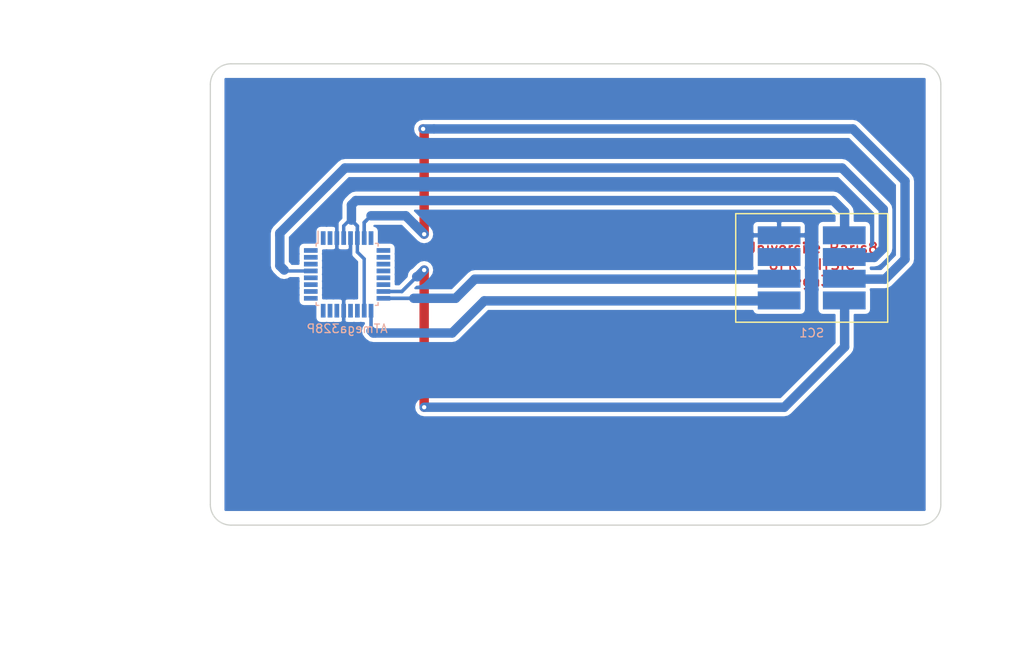
<source format=kicad_pcb>
(kicad_pcb (version 4) (host pcbnew 4.0.2+dfsg1-stable)

  (general
    (links 9)
    (no_connects 0)
    (area 112.192999 60.376999 197.814001 114.502001)
    (thickness 1.6)
    (drawings 15)
    (tracks 112)
    (zones 0)
    (modules 2)
    (nets 31)
  )

  (page A4)
  (layers
    (0 F.Cu signal)
    (31 B.Cu signal)
    (32 B.Adhes user)
    (33 F.Adhes user)
    (34 B.Paste user)
    (35 F.Paste user)
    (36 B.SilkS user)
    (37 F.SilkS user)
    (38 B.Mask user)
    (39 F.Mask user)
    (40 Dwgs.User user)
    (41 Cmts.User user)
    (42 Eco1.User user)
    (43 Eco2.User user)
    (44 Edge.Cuts user)
    (45 Margin user)
    (46 B.CrtYd user)
    (47 F.CrtYd user)
    (48 B.Fab user)
    (49 F.Fab user)
  )

  (setup
    (last_trace_width 1.1)
    (user_trace_width 0.2)
    (user_trace_width 0.42)
    (trace_clearance 0.3)
    (zone_clearance 0.508)
    (zone_45_only yes)
    (trace_min 0.2)
    (segment_width 0.2)
    (edge_width 0.15)
    (via_size 0.6)
    (via_drill 0.5)
    (via_min_size 0.4)
    (via_min_drill 0.3)
    (uvia_size 0.3)
    (uvia_drill 0.1)
    (uvias_allowed no)
    (uvia_min_size 0.2)
    (uvia_min_drill 0.1)
    (pcb_text_width 0.3)
    (pcb_text_size 1.5 1.5)
    (mod_edge_width 0.15)
    (mod_text_size 1 1)
    (mod_text_width 0.15)
    (pad_size 5 2.1)
    (pad_drill 0)
    (pad_to_mask_clearance 0.2)
    (aux_axis_origin 112.268 60.452)
    (visible_elements FFFFF7FF)
    (pcbplotparams
      (layerselection 0x010f0_80000001)
      (usegerberextensions false)
      (usegerberattributes true)
      (excludeedgelayer false)
      (linewidth 0.150000)
      (plotframeref false)
      (viasonmask false)
      (mode 1)
      (useauxorigin true)
      (hpglpennumber 1)
      (hpglpenspeed 20)
      (hpglpendiameter 15)
      (hpglpenoverlay 2)
      (psnegative false)
      (psa4output false)
      (plotreference true)
      (plotvalue true)
      (plotinvisibletext false)
      (padsonsilk false)
      (subtractmaskfromsilk false)
      (outputformat 1)
      (mirror false)
      (drillshape 0)
      (scaleselection 1)
      (outputdirectory gerber/jlcpcb_4/))
  )

  (net 0 "")
  (net 1 "Net-(IC1-Pad1)")
  (net 2 "Net-(IC1-Pad2)")
  (net 3 +5V)
  (net 4 GND)
  (net 5 "Net-(IC1-Pad9)")
  (net 6 "Net-(IC1-Pad10)")
  (net 7 "Net-(IC1-Pad11)")
  (net 8 "Net-(IC1-Pad12)")
  (net 9 "Net-(IC1-Pad13)")
  (net 10 "Net-(IC1-Pad14)")
  (net 11 "Net-(IC1-Pad15)")
  (net 12 "Net-(IC1-Pad16)")
  (net 13 "Net-(IC1-Pad17)")
  (net 14 "Net-(IC1-Pad19)")
  (net 15 "Net-(IC1-Pad23)")
  (net 16 "Net-(IC1-Pad24)")
  (net 17 "Net-(IC1-Pad25)")
  (net 18 "Net-(IC1-Pad26)")
  (net 19 "Net-(IC1-Pad27)")
  (net 20 "Net-(IC1-Pad28)")
  (net 21 "Net-(IC1-Pad7)")
  (net 22 "Net-(IC1-Pad8)")
  (net 23 "Net-(IC1-Pad20)")
  (net 24 "Net-(IC1-Pad22)")
  (net 25 "Net-(IC1-Pad29)")
  (net 26 "Net-(IC1-Pad30)")
  (net 27 "Net-(IC1-Pad31)")
  (net 28 "Net-(IC1-Pad32)")
  (net 29 "Net-(R1-Pad1)")
  (net 30 "Net-(R2-Pad1)")

  (net_class Default "Ceci est la Netclass par défaut"
    (clearance 0.3)
    (trace_width 1.1)
    (via_dia 0.6)
    (via_drill 0.5)
    (uvia_dia 0.3)
    (uvia_drill 0.1)
    (add_net +5V)
    (add_net GND)
    (add_net "Net-(IC1-Pad1)")
    (add_net "Net-(IC1-Pad10)")
    (add_net "Net-(IC1-Pad11)")
    (add_net "Net-(IC1-Pad12)")
    (add_net "Net-(IC1-Pad13)")
    (add_net "Net-(IC1-Pad14)")
    (add_net "Net-(IC1-Pad15)")
    (add_net "Net-(IC1-Pad16)")
    (add_net "Net-(IC1-Pad17)")
    (add_net "Net-(IC1-Pad19)")
    (add_net "Net-(IC1-Pad2)")
    (add_net "Net-(IC1-Pad20)")
    (add_net "Net-(IC1-Pad22)")
    (add_net "Net-(IC1-Pad23)")
    (add_net "Net-(IC1-Pad24)")
    (add_net "Net-(IC1-Pad25)")
    (add_net "Net-(IC1-Pad26)")
    (add_net "Net-(IC1-Pad27)")
    (add_net "Net-(IC1-Pad28)")
    (add_net "Net-(IC1-Pad29)")
    (add_net "Net-(IC1-Pad30)")
    (add_net "Net-(IC1-Pad31)")
    (add_net "Net-(IC1-Pad32)")
    (add_net "Net-(IC1-Pad7)")
    (add_net "Net-(IC1-Pad8)")
    (add_net "Net-(IC1-Pad9)")
    (add_net "Net-(R1-Pad1)")
    (add_net "Net-(R2-Pad1)")
  )

  (net_class myWire ""
    (clearance 0.6)
    (trace_width 0.6)
    (via_dia 0.6)
    (via_drill 0.5)
    (uvia_dia 0.3)
    (uvia_drill 0.1)
  )

  (net_class petit ""
    (clearance 0.3)
    (trace_width 0.5)
    (via_dia 0.6)
    (via_drill 0.5)
    (uvia_dia 0.3)
    (uvia_drill 0.1)
  )

  (net_class pp ""
    (clearance 0.2)
    (trace_width 0.3)
    (via_dia 0.6)
    (via_drill 0.5)
    (uvia_dia 0.3)
    (uvia_drill 0.1)
  )

  (module Housings_QFP:TQFP-32_7x7mm_Pitch0.8mm (layer B.Cu) (tedit 5B49C89F) (tstamp 59E9DDFE)
    (at 128.27 85.09 270)
    (descr "32-Lead Plastic Thin Quad Flatpack (PT) - 7x7x1.0 mm Body, 2.00 mm [TQFP] (see Microchip Packaging Specification 00000049BS.pdf)")
    (tags "QFP 0.8")
    (path /59E89640)
    (attr smd)
    (fp_text reference ATmega328P (at 6.35 0 360) (layer B.SilkS)
      (effects (font (size 1 1) (thickness 0.15)) (justify mirror))
    )
    (fp_text value ATMEGA328P-A (at 0 -6.05 270) (layer B.Fab)
      (effects (font (size 1 1) (thickness 0.15)) (justify mirror))
    )
    (fp_text user %R (at 0 0 450) (layer B.Fab)
      (effects (font (size 1 1) (thickness 0.15)) (justify mirror))
    )
    (fp_line (start -2.5 3.5) (end 3.5 3.5) (layer B.Fab) (width 0.15))
    (fp_line (start 3.5 3.5) (end 3.5 -3.5) (layer B.Fab) (width 0.15))
    (fp_line (start 3.5 -3.5) (end -3.5 -3.5) (layer B.Fab) (width 0.15))
    (fp_line (start -3.5 -3.5) (end -3.5 2.5) (layer B.Fab) (width 0.15))
    (fp_line (start -3.5 2.5) (end -2.5 3.5) (layer B.Fab) (width 0.15))
    (fp_line (start -5.3 5.3) (end -5.3 -5.3) (layer B.CrtYd) (width 0.05))
    (fp_line (start 5.3 5.3) (end 5.3 -5.3) (layer B.CrtYd) (width 0.05))
    (fp_line (start -5.3 5.3) (end 5.3 5.3) (layer B.CrtYd) (width 0.05))
    (fp_line (start -5.3 -5.3) (end 5.3 -5.3) (layer B.CrtYd) (width 0.05))
    (fp_line (start -3.625 3.625) (end -3.625 3.4) (layer B.SilkS) (width 0.15))
    (fp_line (start 3.625 3.625) (end 3.625 3.3) (layer B.SilkS) (width 0.15))
    (fp_line (start 3.625 -3.625) (end 3.625 -3.3) (layer B.SilkS) (width 0.15))
    (fp_line (start -3.625 -3.625) (end -3.625 -3.3) (layer B.SilkS) (width 0.15))
    (fp_line (start -3.625 3.625) (end -3.3 3.625) (layer B.SilkS) (width 0.15))
    (fp_line (start -3.625 -3.625) (end -3.3 -3.625) (layer B.SilkS) (width 0.15))
    (fp_line (start 3.625 -3.625) (end 3.3 -3.625) (layer B.SilkS) (width 0.15))
    (fp_line (start 3.625 3.625) (end 3.3 3.625) (layer B.SilkS) (width 0.15))
    (fp_line (start -3.625 3.4) (end -5.05 3.4) (layer B.SilkS) (width 0.15))
    (pad 1 smd rect (at -4.25 2.8 270) (size 1.6 0.55) (layers B.Cu B.Paste B.Mask)
      (net 1 "Net-(IC1-Pad1)"))
    (pad 2 smd rect (at -4.25 2 270) (size 1.6 0.55) (layers B.Cu B.Paste B.Mask)
      (net 2 "Net-(IC1-Pad2)"))
    (pad 3 smd rect (at -4.25 1.2 270) (size 1.6 0.55) (layers B.Cu B.Paste B.Mask)
      (net 4 GND))
    (pad 4 smd rect (at -4.25 0.4 270) (size 1.6 0.55) (layers B.Cu B.Paste B.Mask)
      (net 3 +5V))
    (pad 5 smd rect (at -4.25 -0.4 270) (size 1.6 0.55) (layers B.Cu B.Paste B.Mask)
      (net 4 GND))
    (pad 6 smd rect (at -4.25 -1.2 270) (size 1.6 0.55) (layers B.Cu B.Paste B.Mask)
      (net 3 +5V))
    (pad 7 smd rect (at -4.25 -2 270) (size 1.6 0.55) (layers B.Cu B.Paste B.Mask)
      (net 21 "Net-(IC1-Pad7)"))
    (pad 8 smd rect (at -4.25 -2.8 270) (size 1.6 0.55) (layers B.Cu B.Paste B.Mask)
      (net 22 "Net-(IC1-Pad8)"))
    (pad 9 smd rect (at -2.8 -4.25 180) (size 1.6 0.55) (layers B.Cu B.Paste B.Mask)
      (net 5 "Net-(IC1-Pad9)"))
    (pad 10 smd rect (at -2 -4.25 180) (size 1.6 0.55) (layers B.Cu B.Paste B.Mask)
      (net 6 "Net-(IC1-Pad10)"))
    (pad 11 smd rect (at -1.2 -4.25 180) (size 1.6 0.55) (layers B.Cu B.Paste B.Mask)
      (net 7 "Net-(IC1-Pad11)"))
    (pad 12 smd rect (at -0.4 -4.25 180) (size 1.6 0.55) (layers B.Cu B.Paste B.Mask)
      (net 8 "Net-(IC1-Pad12)"))
    (pad 13 smd rect (at 0.4 -4.25 180) (size 1.6 0.55) (layers B.Cu B.Paste B.Mask)
      (net 9 "Net-(IC1-Pad13)"))
    (pad 14 smd rect (at 1.2 -4.25 180) (size 1.6 0.55) (layers B.Cu B.Paste B.Mask)
      (net 10 "Net-(IC1-Pad14)"))
    (pad 15 smd rect (at 2 -4.25 180) (size 1.6 0.55) (layers B.Cu B.Paste B.Mask)
      (net 11 "Net-(IC1-Pad15)"))
    (pad 16 smd rect (at 2.8 -4.25 180) (size 1.6 0.55) (layers B.Cu B.Paste B.Mask)
      (net 12 "Net-(IC1-Pad16)"))
    (pad 17 smd rect (at 4.25 -2.8 270) (size 1.6 0.55) (layers B.Cu B.Paste B.Mask)
      (net 13 "Net-(IC1-Pad17)"))
    (pad 18 smd rect (at 4.25 -2 270) (size 1.6 0.55) (layers B.Cu B.Paste B.Mask)
      (net 3 +5V))
    (pad 19 smd rect (at 4.25 -1.2 270) (size 1.6 0.55) (layers B.Cu B.Paste B.Mask)
      (net 14 "Net-(IC1-Pad19)"))
    (pad 20 smd rect (at 4.25 -0.4 270) (size 1.6 0.55) (layers B.Cu B.Paste B.Mask)
      (net 23 "Net-(IC1-Pad20)"))
    (pad 21 smd rect (at 4.25 0.4 270) (size 1.6 0.55) (layers B.Cu B.Paste B.Mask)
      (net 4 GND))
    (pad 22 smd rect (at 4.25 1.2 270) (size 1.6 0.55) (layers B.Cu B.Paste B.Mask)
      (net 24 "Net-(IC1-Pad22)"))
    (pad 23 smd rect (at 4.25 2 270) (size 1.6 0.55) (layers B.Cu B.Paste B.Mask)
      (net 15 "Net-(IC1-Pad23)"))
    (pad 24 smd rect (at 4.25 2.8 270) (size 1.6 0.55) (layers B.Cu B.Paste B.Mask)
      (net 16 "Net-(IC1-Pad24)"))
    (pad 25 smd rect (at 2.8 4.25 180) (size 1.6 0.55) (layers B.Cu B.Paste B.Mask)
      (net 17 "Net-(IC1-Pad25)"))
    (pad 26 smd rect (at 2 4.25 180) (size 1.6 0.55) (layers B.Cu B.Paste B.Mask)
      (net 18 "Net-(IC1-Pad26)"))
    (pad 27 smd rect (at 1.2 4.25 180) (size 1.6 0.55) (layers B.Cu B.Paste B.Mask)
      (net 19 "Net-(IC1-Pad27)"))
    (pad 28 smd rect (at 0.4 4.25 180) (size 1.6 0.55) (layers B.Cu B.Paste B.Mask)
      (net 20 "Net-(IC1-Pad28)"))
    (pad 29 smd rect (at -0.4 4.25 180) (size 1.6 0.55) (layers B.Cu B.Paste B.Mask)
      (net 25 "Net-(IC1-Pad29)"))
    (pad 30 smd rect (at -1.2 4.25 180) (size 1.6 0.55) (layers B.Cu B.Paste B.Mask)
      (net 26 "Net-(IC1-Pad30)"))
    (pad 31 smd rect (at -2 4.25 180) (size 1.6 0.55) (layers B.Cu B.Paste B.Mask)
      (net 27 "Net-(IC1-Pad31)"))
    (pad 32 smd rect (at -2.8 4.25 180) (size 1.6 0.55) (layers B.Cu B.Paste B.Mask)
      (net 28 "Net-(IC1-Pad32)"))
    (model Housings_QFP.3dshapes/TQFP-32_7x7mm_Pitch0.8mm.wrl
      (at (xyz 0 0 0))
      (scale (xyz 1 1 1))
      (rotate (xyz 0 0 0))
    )
  )

  (module smart_card:card_connector_iso7816 (layer F.Cu) (tedit 5B48E242) (tstamp 5AF302AB)
    (at 182.626 90.678)
    (path /5AF2CD00)
    (fp_text reference SC1 (at 0 1.27) (layer B.SilkS)
      (effects (font (size 1 1) (thickness 0.15)) (justify mirror))
    )
    (fp_text value SC_7816-RESCUE-carte_7816 (at 0 -13.97 180) (layer F.Fab)
      (effects (font (size 1 1) (thickness 0.15)))
    )
    (fp_line (start 8.89 -12.7) (end 6.35 -12.7) (layer F.SilkS) (width 0.15))
    (fp_line (start 8.89 0) (end 8.89 -12.7) (layer F.SilkS) (width 0.15))
    (fp_line (start -8.89 0) (end 8.89 0) (layer F.SilkS) (width 0.15))
    (fp_line (start -8.89 -12.7) (end -8.89 0) (layer F.SilkS) (width 0.15))
    (fp_line (start 6.35 -12.7) (end -8.89 -12.7) (layer F.SilkS) (width 0.15))
    (fp_line (start 6.35 -12.7) (end -8.89 -12.7) (layer F.SilkS) (width 0.15))
    (fp_line (start -8.89 -12.7) (end -8.89 0) (layer F.SilkS) (width 0.15))
    (fp_line (start -8.89 0) (end 8.89 0) (layer F.SilkS) (width 0.15))
    (fp_line (start 8.89 0) (end 8.89 -12.7) (layer F.SilkS) (width 0.15))
    (fp_line (start 8.89 -12.7) (end 6.35 -12.7) (layer F.SilkS) (width 0.15))
    (pad c1 smd rect (at 3.81 -10.16) (size 5 2.1) (layers B.Cu)
      (net 3 +5V))
    (pad c2 smd rect (at 3.81 -7.62) (size 5 2.1) (layers B.Cu)
      (net 25 "Net-(IC1-Pad29)"))
    (pad c3 smd rect (at 3.81 -5.08) (size 5 2.1) (layers B.Cu)
      (net 29 "Net-(R1-Pad1)"))
    (pad c4 smd rect (at 3.81 -2.54) (size 5 2.1) (layers B.Cu)
      (net 30 "Net-(R2-Pad1)"))
    (pad c5 smd rect (at -3.81 -10.16) (size 5 2.1) (layers B.Cu)
      (net 4 GND))
    (pad c6 smd rect (at -3.81 -7.62) (size 5 2.1) (layers B.Cu))
    (pad c7 smd rect (at -3.81 -5.08) (size 5 2.1) (layers B.Cu)
      (net 12 "Net-(IC1-Pad16)"))
    (pad c8 smd rect (at -3.81 -2.54) (size 5 2.1) (layers B.Cu)
      (net 13 "Net-(IC1-Pad17)"))
  )

  (dimension 85.471 (width 0.3) (layer Cmts.User)
    (gr_text "85,471 mm" (at 155.0035 119.587) (layer Cmts.User)
      (effects (font (size 1.5 1.5) (thickness 0.3)))
    )
    (feature1 (pts (xy 197.739 114.427) (xy 197.739 120.937)))
    (feature2 (pts (xy 112.268 114.427) (xy 112.268 120.937)))
    (crossbar (pts (xy 112.268 118.237) (xy 197.739 118.237)))
    (arrow1a (pts (xy 197.739 118.237) (xy 196.612496 118.823421)))
    (arrow1b (pts (xy 197.739 118.237) (xy 196.612496 117.650579)))
    (arrow2a (pts (xy 112.268 118.237) (xy 113.394504 118.823421)))
    (arrow2b (pts (xy 112.268 118.237) (xy 113.394504 117.650579)))
  )
  (gr_text "Université Paris8\nUFR MITSIC\nATmega328P" (at 182.626 83.947) (layer F.Cu)
    (effects (font (size 1.2 1.2) (thickness 0.2)))
  )
  (gr_line (start 197.739 62.865) (end 197.739 112.014) (angle 90) (layer Edge.Cuts) (width 0.15))
  (gr_line (start 114.681 114.427) (end 195.326 114.427) (angle 90) (layer Edge.Cuts) (width 0.15))
  (gr_line (start 112.268 62.865) (end 112.268 112.014) (angle 90) (layer Edge.Cuts) (width 0.15))
  (gr_line (start 195.326 60.452) (end 114.681 60.452) (angle 90) (layer Edge.Cuts) (width 0.15))
  (gr_arc (start 195.326 112.014) (end 197.739 112.014) (angle 90) (layer Edge.Cuts) (width 0.15))
  (gr_arc (start 114.681 112.014) (end 114.681 114.427) (angle 90) (layer Edge.Cuts) (width 0.15))
  (gr_arc (start 114.681 62.865) (end 112.268 62.865) (angle 90) (layer Edge.Cuts) (width 0.15))
  (gr_arc (start 195.326 62.865) (end 195.326 60.452) (angle 90) (layer Edge.Cuts) (width 0.15))
  (gr_line (start 112.268 119.634) (end 112.268 55.245) (angle 90) (layer Cmts.User) (width 0.2))
  (gr_line (start 112.395 119.761) (end 112.268 119.634) (angle 90) (layer Cmts.User) (width 0.2))
  (gr_line (start 201.168 114.427) (end 106.426 114.427) (angle 90) (layer Cmts.User) (width 0.2))
  (gr_line (start 197.739 53.086) (end 197.739 129.794) (angle 90) (layer Cmts.User) (width 0.2))
  (gr_line (start 207.391 60.452) (end 87.757 60.452) (angle 90) (layer Cmts.User) (width 0.2))

  (segment (start 186.4811 80.567) (end 186.4811 77.7691) (width 1.1) (layer B.Cu) (net 3) (status 10))
  (segment (start 186.4811 77.7691) (end 185.166 76.454) (width 1.1) (layer B.Cu) (net 3) (tstamp 59E9E880))
  (segment (start 185.166 76.454) (end 129.286 76.454) (width 1.1) (layer B.Cu) (net 3) (tstamp 59E9E881))
  (segment (start 129.286 76.454) (end 128.778 76.962) (width 1.1) (layer B.Cu) (net 3) (tstamp 59E9E882))
  (segment (start 128.778 78.74) (end 128.778 76.962) (width 1.1) (layer B.Cu) (net 3))
  (segment (start 128.5494 78.74) (end 127.87 79.4194) (width 0.4) (layer B.Cu) (net 3) (tstamp 59F730D1))
  (segment (start 128.778 78.74) (end 128.5494 78.74) (width 0.4) (layer B.Cu) (net 3))
  (segment (start 129.47 79.432) (end 128.778 78.74) (width 0.42) (layer B.Cu) (net 3) (tstamp 59F7314F))
  (segment (start 129.47 79.432) (end 128.778 78.74) (width 0.4) (layer B.Cu) (net 3) (tstamp 59F730CE))
  (segment (start 129.47 79.432) (end 128.778 78.74) (width 0.2) (layer B.Cu) (net 3) (tstamp 59E9EB5A))
  (segment (start 127.87 79.4194) (end 127.87 80.84) (width 0.4) (layer B.Cu) (net 3) (tstamp 59F730D2))
  (segment (start 129.47 80.84) (end 129.47 79.432) (width 0.42) (layer B.Cu) (net 3))
  (segment (start 129.47 80.84) (end 129.47 82.48) (width 0.4) (layer B.Cu) (net 3))
  (segment (start 130.27 83.28) (end 130.27 89.34) (width 0.4) (layer B.Cu) (net 3) (tstamp 59F730F5))
  (segment (start 130.27 83.28) (end 130.27 89.34) (width 0.2) (layer B.Cu) (net 3) (tstamp 59E9E6D6))
  (segment (start 129.47 82.48) (end 130.27 83.28) (width 0.4) (layer B.Cu) (net 3) (tstamp 59F730F3))
  (segment (start 129.47 82.48) (end 130.27 83.28) (width 0.2) (layer B.Cu) (net 3) (tstamp 59E9E6D3))
  (segment (start 127.07 80.84) (end 127.07 78.175) (width 0.42) (layer B.Cu) (net 4))
  (segment (start 127.07 78.175) (end 127 78.105) (width 0.42) (layer B.Cu) (net 4) (tstamp 5B48E31A))
  (segment (start 127.07 80.84) (end 127.07 84.398) (width 0.42) (layer B.Cu) (net 4))
  (segment (start 128.67 80.84) (end 128.67 84.398) (width 0.42) (layer B.Cu) (net 4))
  (segment (start 127.87 89.34) (end 127.87 91.421) (width 0.42) (layer B.Cu) (net 4))
  (segment (start 127.87 91.421) (end 127.889 91.44) (width 0.42) (layer B.Cu) (net 4) (tstamp 5B48E317))
  (segment (start 127.87 89.34) (end 127.87 85.198) (width 0.42) (layer B.Cu) (net 4))
  (segment (start 127.762 89.448) (end 127.87 89.34) (width 0.2) (layer B.Cu) (net 4) (tstamp 59E9E5C5))
  (segment (start 127.07 84.398) (end 127.87 85.198) (width 0.4) (layer B.Cu) (net 4) (tstamp 59F730D5))
  (segment (start 127.07 84.398) (end 127.87 85.198) (width 0.2) (layer B.Cu) (net 4) (tstamp 59E9E6F3))
  (segment (start 128.67 84.398) (end 127.87 85.198) (width 0.42) (layer B.Cu) (net 4) (tstamp 59F7314C))
  (segment (start 127.87 85.198) (end 128.67 84.398) (width 0.4) (layer B.Cu) (net 4) (tstamp 59F730C2))
  (segment (start 127.2667 84.5947) (end 127.87 85.198) (width 0.42) (layer B.Cu) (net 4) (tstamp 59F73226))
  (segment (start 127.07 84.398) (end 127.2667 84.5947) (width 0.42) (layer B.Cu) (net 4) (tstamp 59F73148))
  (segment (start 132.52 87.09) (end 134.6774 87.09) (width 0.42) (layer B.Cu) (net 11))
  (segment (start 134.6774 87.09) (end 136.4107 85.3567) (width 0.42) (layer B.Cu) (net 11) (tstamp 59F73166))
  (segment (start 136.4107 85.3567) (end 137.16 84.6074) (width 0.42) (layer B.Cu) (net 11) (tstamp 5B48DEE5))
  (segment (start 134.6774 87.09) (end 137.16 84.6074) (width 0.4) (layer B.Cu) (net 11) (tstamp 59F73102))
  (segment (start 137.16 84.6074) (end 137.1346 84.6074) (width 0.2) (layer B.Cu) (net 11))
  (segment (start 137.1346 84.6074) (end 134.62 87.122) (width 0.2) (layer B.Cu) (net 11) (tstamp 59E9E5E8))
  (segment (start 134.62 87.122) (end 132.552 87.122) (width 0.2) (layer B.Cu) (net 11) (tstamp 59E9E5EA))
  (segment (start 132.552 87.122) (end 132.52 87.09) (width 0.2) (layer B.Cu) (net 11) (tstamp 59E9E5EB))
  (segment (start 136.5123 85.3567) (end 136.4107 85.3567) (width 1.1) (layer B.Cu) (net 11) (tstamp 5B48DEE2))
  (segment (start 137.287 84.582) (end 136.5123 85.3567) (width 1.1) (layer B.Cu) (net 11) (tstamp 5B48DEE1))
  (via (at 137.287 84.582) (size 0.6) (drill 0.5) (layers F.Cu B.Cu) (net 11))
  (segment (start 137.287 100.6348) (end 137.287 84.582) (width 1.1) (layer F.Cu) (net 11) (tstamp 5B48DEDE))
  (via (at 137.287 100.6348) (size 0.6) (drill 0.5) (layers F.Cu B.Cu) (net 11))
  (segment (start 179.4256 100.6348) (end 137.287 100.6348) (width 1.1) (layer B.Cu) (net 11) (tstamp 59F7325A))
  (segment (start 186.4811 93.5793) (end 179.4256 100.6348) (width 1.1) (layer B.Cu) (net 11) (tstamp 59F73257))
  (segment (start 143.207 85.647) (end 178.8611 85.647) (width 1.1) (layer B.Cu) (net 12) (tstamp 59E9E89B) (status 20))
  (segment (start 178.8611 85.647) (end 143.207 85.647) (width 0.2) (layer B.Cu) (net 12) (status 10))
  (segment (start 140.964 87.89) (end 143.207 85.647) (width 1.1) (layer B.Cu) (net 12) (tstamp 59E9E89A))
  (segment (start 143.207 85.647) (end 140.964 87.89) (width 0.2) (layer B.Cu) (net 12) (tstamp 59E9DF8C))
  (segment (start 136.0678 87.89) (end 140.964 87.89) (width 1.1) (layer B.Cu) (net 12) (tstamp 59F730FE))
  (segment (start 136.0678 87.89) (end 136.2262 87.7316) (width 0.42) (layer B.Cu) (net 12) (tstamp 59F73161))
  (segment (start 136.2456 87.7316) (end 136.0678 87.7316) (width 0.42) (layer B.Cu) (net 12) (tstamp 59F73163))
  (segment (start 136.2262 87.7316) (end 136.2456 87.7316) (width 0.42) (layer B.Cu) (net 12) (tstamp 59F73162))
  (segment (start 136.0678 87.5792) (end 136.0678 87.7316) (width 0.4) (layer B.Cu) (net 12) (tstamp 59F730FD))
  (segment (start 136.0678 87.7316) (end 136.0678 87.89) (width 0.4) (layer B.Cu) (net 12) (tstamp 59F73164))
  (segment (start 135.757 87.89) (end 136.0678 87.5792) (width 0.4) (layer B.Cu) (net 12) (tstamp 59F730FB))
  (segment (start 132.52 87.89) (end 136.0678 87.89) (width 0.42) (layer B.Cu) (net 12))
  (segment (start 132.52 87.89) (end 135.757 87.89) (width 0.4) (layer B.Cu) (net 12))
  (segment (start 178.8611 88.187) (end 144.321 88.187) (width 1.1) (layer B.Cu) (net 13) (status 10))
  (segment (start 131.07 89.34) (end 131.07 91.7) (width 0.42) (layer B.Cu) (net 13))
  (segment (start 131.07 91.7) (end 131.064 91.694) (width 0.42) (layer B.Cu) (net 13) (tstamp 59F7315E))
  (segment (start 131.318 91.948) (end 131.064 91.694) (width 1.1) (layer B.Cu) (net 13) (tstamp 59E9E8AC))
  (segment (start 131.572 91.948) (end 131.318 91.948) (width 1.1) (layer B.Cu) (net 13))
  (segment (start 131.07 91.7) (end 131.07 91.446) (width 0.4) (layer B.Cu) (net 13) (tstamp 59F730F8))
  (segment (start 131.572 91.948) (end 131.07 91.446) (width 0.2) (layer B.Cu) (net 13) (tstamp 59E9E68A))
  (segment (start 140.56 91.948) (end 131.572 91.948) (width 1.1) (layer B.Cu) (net 13) (tstamp 59E9E8A2))
  (segment (start 131.572 91.948) (end 140.56 91.948) (width 0.2) (layer B.Cu) (net 13))
  (segment (start 144.321 88.187) (end 140.56 91.948) (width 1.1) (layer B.Cu) (net 13) (tstamp 59E9E8A0))
  (segment (start 144.321 88.187) (end 140.716 91.792) (width 0.2) (layer B.Cu) (net 13) (tstamp 59E9E681))
  (segment (start 140.56 91.948) (end 140.716 91.792) (width 0.2) (layer B.Cu) (net 13) (tstamp 59E9E68C))
  (segment (start 140.716 91.792) (end 140.716 91.694) (width 0.2) (layer B.Cu) (net 13) (tstamp 59E9E68D))
  (segment (start 140.716 91.694) (end 140.716 91.792) (width 0.2) (layer B.Cu) (net 13) (tstamp 59E9E68E))
  (segment (start 137.16 80.264) (end 136.144 79.248) (width 1.1) (layer B.Cu) (net 21))
  (segment (start 136.144 79.248) (end 135.128 78.232) (width 1.1) (layer B.Cu) (net 21) (tstamp 5B48DEDB))
  (segment (start 130.27 79.026) (end 131.064 78.232) (width 0.42) (layer B.Cu) (net 21))
  (segment (start 130.27 80.84) (end 130.27 79.026) (width 0.42) (layer B.Cu) (net 21))
  (segment (start 130.27 79.026) (end 130.556 78.74) (width 0.42) (layer B.Cu) (net 21) (tstamp 59F73157))
  (segment (start 135.128 78.232) (end 131.064 78.232) (width 1.1) (layer B.Cu) (net 21) (tstamp 59E9EA80))
  (segment (start 130.302 78.994) (end 130.302 80.808) (width 0.2) (layer B.Cu) (net 21) (tstamp 59E9EA79))
  (segment (start 131.064 78.232) (end 130.556 78.74) (width 0.2) (layer B.Cu) (net 21) (tstamp 59E9EA77))
  (segment (start 130.556 78.74) (end 130.302 78.994) (width 0.2) (layer B.Cu) (net 21) (tstamp 59E9EA78))
  (segment (start 135.128 78.232) (end 131.064 78.232) (width 0.2) (layer B.Cu) (net 21) (tstamp 59E9EA75))
  (segment (start 130.302 80.808) (end 130.27 80.84) (width 0.2) (layer B.Cu) (net 21) (tstamp 59E9EA7B))
  (via (at 137.16 68.072) (size 0.6) (drill 0.5) (layers F.Cu B.Cu) (net 21))
  (segment (start 137.287 80.391) (end 136.144 79.248) (width 1.1) (layer B.Cu) (net 21) (tstamp 5B48DED8))
  (via (at 137.287 80.391) (size 0.6) (drill 0.5) (layers F.Cu B.Cu) (net 21))
  (segment (start 137.287 68.199) (end 137.287 80.391) (width 1.1) (layer F.Cu) (net 21) (tstamp 5B48DED6))
  (segment (start 137.16 68.072) (end 137.287 68.199) (width 1.1) (layer F.Cu) (net 21) (tstamp 5B48DED5))
  (segment (start 138.43 68.072) (end 137.16 68.072) (width 1.1) (layer B.Cu) (net 21))
  (segment (start 187.452 68.072) (end 138.43 68.072) (width 1.1) (layer B.Cu) (net 21) (tstamp 59E9EA6E))
  (segment (start 193.548 74.168) (end 187.452 68.072) (width 1.1) (layer B.Cu) (net 21) (tstamp 59E9EA6C))
  (segment (start 193.548 83.312) (end 193.548 74.168) (width 1.1) (layer B.Cu) (net 21) (tstamp 59E9EA6B))
  (segment (start 191.213 85.647) (end 193.548 83.312) (width 1.1) (layer B.Cu) (net 21) (tstamp 59E9EA6A))
  (segment (start 188.595 75.057) (end 186.182 72.644) (width 1.1) (layer B.Cu) (net 25))
  (segment (start 128.016 72.644) (end 125.857 74.803) (width 1.1) (layer B.Cu) (net 25) (tstamp 5B48E6FC))
  (segment (start 186.182 72.644) (end 128.016 72.644) (width 1.1) (layer B.Cu) (net 25) (tstamp 5B48E6FB))
  (segment (start 120.396 84.074) (end 120.904 84.582) (width 1.1) (layer B.Cu) (net 25) (tstamp 59E9EAFC))
  (segment (start 120.396 80.518) (end 120.396 84.074) (width 1.1) (layer B.Cu) (net 25) (tstamp 59E9EB32))
  (segment (start 124.02 84.69) (end 121.012 84.69) (width 0.4) (layer B.Cu) (net 25))
  (segment (start 121.012 84.69) (end 120.904 84.582) (width 0.4) (layer B.Cu) (net 25) (tstamp 59F730D8))
  (segment (start 124.02 84.69) (end 120.542 84.69) (width 0.2) (layer B.Cu) (net 25))
  (segment (start 120.542 84.69) (end 120.65 84.582) (width 0.2) (layer B.Cu) (net 25) (tstamp 59E9E8EC))
  (segment (start 120.65 84.582) (end 120.904 84.582) (width 0.2) (layer B.Cu) (net 25) (tstamp 59E9E8ED))
  (segment (start 120.396 80.264) (end 120.396 80.518) (width 1.1) (layer B.Cu) (net 25) (tstamp 59E9EB2F))
  (segment (start 125.857 74.803) (end 120.396 80.264) (width 1.1) (layer B.Cu) (net 25) (tstamp 5B48E6FF))
  (segment (start 188.595 75.057) (end 191.008 77.47) (width 1.1) (layer B.Cu) (net 25) (tstamp 5B48E6F9))
  (segment (start 191.008 82.042) (end 191.008 77.47) (width 1.1) (layer B.Cu) (net 25) (tstamp 59E9E9FF))
  (segment (start 189.943 83.107) (end 191.008 82.042) (width 1.1) (layer B.Cu) (net 25) (tstamp 59E9E9FD))
  (segment (start 186.4811 83.107) (end 189.943 83.107) (width 1.1) (layer B.Cu) (net 25) (status 10))
  (segment (start 186.4811 85.647) (end 191.213 85.647) (width 1.1) (layer B.Cu) (net 29) (status 10))
  (segment (start 186.4811 88.187) (end 186.4811 93.5793) (width 1.1) (layer B.Cu) (net 30) (status 10))

  (zone (net 4) (net_name GND) (layer B.Cu) (tstamp 5950F434) (hatch edge 0.508)
    (connect_pads (clearance 0.508))
    (min_thickness 0.254)
    (fill yes (arc_segments 16) (thermal_gap 0.508) (thermal_bridge_width 0.508))
    (polygon
      (pts
        (xy 195.961 112.776) (xy 113.919 112.776) (xy 113.919 62.103) (xy 195.961 62.103)
      )
    )
    (filled_polygon
      (pts
        (xy 195.834 112.649) (xy 114.046 112.649) (xy 114.046 80.264) (xy 119.210999 80.264) (xy 119.211 80.264005)
        (xy 119.211 84.073995) (xy 119.210999 84.074) (xy 119.301203 84.52748) (xy 119.558078 84.911922) (xy 120.066078 85.419921)
        (xy 120.45052 85.676797) (xy 120.904 85.767) (xy 121.357479 85.676797) (xy 121.584659 85.525) (xy 122.57256 85.525)
        (xy 122.57256 85.765) (xy 122.596944 85.894589) (xy 122.57256 86.015) (xy 122.57256 86.565) (xy 122.596944 86.694589)
        (xy 122.57256 86.815) (xy 122.57256 87.365) (xy 122.596944 87.494589) (xy 122.57256 87.615) (xy 122.57256 88.165)
        (xy 122.616838 88.400317) (xy 122.75591 88.616441) (xy 122.96811 88.761431) (xy 123.22 88.81244) (xy 124.54756 88.81244)
        (xy 124.54756 90.14) (xy 124.591838 90.375317) (xy 124.73091 90.591441) (xy 124.94311 90.736431) (xy 125.195 90.78744)
        (xy 125.745 90.78744) (xy 125.874589 90.763056) (xy 125.995 90.78744) (xy 126.545 90.78744) (xy 126.674589 90.763056)
        (xy 126.795 90.78744) (xy 127.345 90.78744) (xy 127.450705 90.76755) (xy 127.46869 90.775) (xy 127.58425 90.775)
        (xy 127.680651 90.678599) (xy 127.796441 90.60409) (xy 127.869884 90.496603) (xy 127.93091 90.591441) (xy 128.061245 90.680495)
        (xy 128.15575 90.775) (xy 128.27131 90.775) (xy 128.291753 90.766532) (xy 128.395 90.78744) (xy 128.945 90.78744)
        (xy 129.074589 90.763056) (xy 129.195 90.78744) (xy 129.745 90.78744) (xy 129.874589 90.763056) (xy 129.995 90.78744)
        (xy 130.225 90.78744) (xy 130.225 90.857691) (xy 129.969203 91.24052) (xy 129.878999 91.694) (xy 129.969203 92.14748)
        (xy 130.226078 92.531922) (xy 130.480076 92.785919) (xy 130.480078 92.785922) (xy 130.86452 93.042797) (xy 131.318 93.133)
        (xy 140.559995 93.133) (xy 140.56 93.133001) (xy 141.01348 93.042797) (xy 141.397922 92.785922) (xy 144.811843 89.372)
        (xy 175.703182 89.372) (xy 175.712838 89.423317) (xy 175.85191 89.639441) (xy 176.06411 89.784431) (xy 176.316 89.83544)
        (xy 181.316 89.83544) (xy 181.551317 89.791162) (xy 181.767441 89.65209) (xy 181.912431 89.43989) (xy 181.96344 89.188)
        (xy 181.96344 87.088) (xy 181.920524 86.859924) (xy 181.96344 86.648) (xy 181.96344 84.548) (xy 181.920524 84.319924)
        (xy 181.96344 84.108) (xy 181.96344 82.008) (xy 181.919162 81.772683) (xy 181.918782 81.772092) (xy 181.951 81.69431)
        (xy 181.951 80.80375) (xy 181.79225 80.645) (xy 178.943 80.645) (xy 178.943 80.665) (xy 178.689 80.665)
        (xy 178.689 80.645) (xy 175.83975 80.645) (xy 175.681 80.80375) (xy 175.681 81.69431) (xy 175.71531 81.777142)
        (xy 175.66856 82.008) (xy 175.66856 84.108) (xy 175.711476 84.336076) (xy 175.685975 84.462) (xy 143.207005 84.462)
        (xy 143.207 84.461999) (xy 142.75352 84.552203) (xy 142.369078 84.809078) (xy 140.473156 86.705) (xy 136.25741 86.705)
        (xy 136.42071 86.5417) (xy 136.512295 86.5417) (xy 136.5123 86.541701) (xy 136.96578 86.451497) (xy 137.350222 86.194622)
        (xy 138.124921 85.419922) (xy 138.381797 85.03548) (xy 138.472 84.582) (xy 138.381797 84.128521) (xy 138.124921 83.744079)
        (xy 137.740479 83.487203) (xy 137.287 83.397) (xy 136.83352 83.487203) (xy 136.449078 83.744079) (xy 135.878965 84.314191)
        (xy 135.572778 84.518778) (xy 135.315903 84.90322) (xy 135.228186 85.344204) (xy 134.32739 86.245) (xy 133.96744 86.245)
        (xy 133.96744 86.015) (xy 133.943056 85.885411) (xy 133.96744 85.765) (xy 133.96744 85.215) (xy 133.943056 85.085411)
        (xy 133.96744 84.965) (xy 133.96744 84.415) (xy 133.943056 84.285411) (xy 133.96744 84.165) (xy 133.96744 83.615)
        (xy 133.943056 83.485411) (xy 133.96744 83.365) (xy 133.96744 82.815) (xy 133.943056 82.685411) (xy 133.96744 82.565)
        (xy 133.96744 82.015) (xy 133.923162 81.779683) (xy 133.78409 81.563559) (xy 133.57189 81.418569) (xy 133.32 81.36756)
        (xy 131.99244 81.36756) (xy 131.99244 80.04) (xy 131.948162 79.804683) (xy 131.80909 79.588559) (xy 131.59689 79.443569)
        (xy 131.465688 79.417) (xy 134.637156 79.417) (xy 136.322078 81.101922) (xy 136.322081 81.101924) (xy 136.449078 81.228921)
        (xy 136.83352 81.485797) (xy 137.287 81.576001) (xy 137.74048 81.485797) (xy 138.124921 81.228921) (xy 138.381797 80.84448)
        (xy 138.472001 80.391) (xy 138.381797 79.93752) (xy 138.124921 79.553078) (xy 137.997924 79.426081) (xy 137.997922 79.426078)
        (xy 137.913534 79.34169) (xy 175.681 79.34169) (xy 175.681 80.23225) (xy 175.83975 80.391) (xy 178.689 80.391)
        (xy 178.689 78.99175) (xy 178.943 78.99175) (xy 178.943 80.391) (xy 181.79225 80.391) (xy 181.951 80.23225)
        (xy 181.951 79.34169) (xy 181.854327 79.108301) (xy 181.675698 78.929673) (xy 181.442309 78.833) (xy 179.10175 78.833)
        (xy 178.943 78.99175) (xy 178.689 78.99175) (xy 178.53025 78.833) (xy 176.189691 78.833) (xy 175.956302 78.929673)
        (xy 175.777673 79.108301) (xy 175.681 79.34169) (xy 137.913534 79.34169) (xy 136.210844 77.639) (xy 184.675156 77.639)
        (xy 185.2961 78.259943) (xy 185.2961 78.82056) (xy 183.936 78.82056) (xy 183.700683 78.864838) (xy 183.484559 79.00391)
        (xy 183.339569 79.21611) (xy 183.28856 79.468) (xy 183.28856 81.568) (xy 183.331476 81.796076) (xy 183.28856 82.008)
        (xy 183.28856 84.108) (xy 183.331476 84.336076) (xy 183.28856 84.548) (xy 183.28856 86.648) (xy 183.331476 86.876076)
        (xy 183.28856 87.088) (xy 183.28856 89.188) (xy 183.332838 89.423317) (xy 183.47191 89.639441) (xy 183.68411 89.784431)
        (xy 183.936 89.83544) (xy 185.2961 89.83544) (xy 185.2961 93.088457) (xy 178.934756 99.4498) (xy 137.287 99.4498)
        (xy 136.83352 99.540003) (xy 136.449078 99.796878) (xy 136.192203 100.18132) (xy 136.102 100.6348) (xy 136.192203 101.08828)
        (xy 136.449078 101.472722) (xy 136.83352 101.729597) (xy 137.287 101.8198) (xy 179.425595 101.8198) (xy 179.4256 101.819801)
        (xy 179.87908 101.729597) (xy 180.263522 101.472722) (xy 187.319019 94.417224) (xy 187.319022 94.417222) (xy 187.575897 94.03278)
        (xy 187.590863 93.957542) (xy 187.666101 93.5793) (xy 187.6661 93.579295) (xy 187.6661 89.83544) (xy 188.936 89.83544)
        (xy 189.171317 89.791162) (xy 189.387441 89.65209) (xy 189.532431 89.43989) (xy 189.58344 89.188) (xy 189.58344 87.088)
        (xy 189.540524 86.859924) (xy 189.546179 86.832) (xy 191.212995 86.832) (xy 191.213 86.832001) (xy 191.66648 86.741797)
        (xy 192.050922 86.484922) (xy 194.385919 84.149924) (xy 194.385922 84.149922) (xy 194.642797 83.76548) (xy 194.666332 83.647162)
        (xy 194.733001 83.312) (xy 194.733 83.311995) (xy 194.733 74.168005) (xy 194.733001 74.168) (xy 194.642797 73.71452)
        (xy 194.638576 73.708203) (xy 194.385922 73.330078) (xy 194.385919 73.330076) (xy 188.289922 67.234078) (xy 187.90548 66.977203)
        (xy 187.452 66.886999) (xy 187.451995 66.887) (xy 137.16 66.887) (xy 136.70652 66.977203) (xy 136.322078 67.234078)
        (xy 136.065203 67.61852) (xy 135.975 68.072) (xy 136.065203 68.52548) (xy 136.322078 68.909922) (xy 136.70652 69.166797)
        (xy 137.16 69.257) (xy 186.961156 69.257) (xy 192.363 74.658843) (xy 192.363 82.821157) (xy 190.722156 84.462)
        (xy 189.567258 84.462) (xy 189.540524 84.319924) (xy 189.546179 84.292) (xy 189.942995 84.292) (xy 189.943 84.292001)
        (xy 190.39648 84.201797) (xy 190.780922 83.944922) (xy 191.845919 82.879924) (xy 191.845922 82.879922) (xy 192.102797 82.49548)
        (xy 192.193 82.042) (xy 192.193 77.47) (xy 192.102797 77.01652) (xy 191.845922 76.632078) (xy 191.845919 76.632076)
        (xy 189.432922 74.219078) (xy 189.432919 74.219076) (xy 187.019922 71.806078) (xy 186.63548 71.549203) (xy 186.182 71.458999)
        (xy 186.181995 71.459) (xy 128.016005 71.459) (xy 128.016 71.458999) (xy 127.56252 71.549203) (xy 127.178078 71.806078)
        (xy 127.178076 71.806081) (xy 125.019078 73.965078) (xy 125.019076 73.965081) (xy 119.558078 79.426078) (xy 119.301203 79.81052)
        (xy 119.210999 80.264) (xy 114.046 80.264) (xy 114.046 62.23) (xy 195.834 62.23)
      )
    )
    (filled_polygon
      (pts
        (xy 127.13091 82.091441) (xy 127.261245 82.180495) (xy 127.35575 82.275) (xy 127.47131 82.275) (xy 127.491753 82.266532)
        (xy 127.595 82.28744) (xy 128.145 82.28744) (xy 128.250705 82.26755) (xy 128.26869 82.275) (xy 128.38425 82.275)
        (xy 128.480651 82.178599) (xy 128.542998 82.13848) (xy 128.542998 82.275) (xy 128.635 82.275) (xy 128.635 82.48)
        (xy 128.698561 82.799541) (xy 128.843489 83.016441) (xy 128.879566 83.070434) (xy 129.435 83.625868) (xy 129.435 87.89256)
        (xy 129.195 87.89256) (xy 129.065411 87.916944) (xy 128.945 87.89256) (xy 128.395 87.89256) (xy 128.289295 87.91245)
        (xy 128.27131 87.905) (xy 128.15575 87.905) (xy 128.059349 88.001401) (xy 127.943559 88.07591) (xy 127.870116 88.183397)
        (xy 127.80909 88.088559) (xy 127.678755 87.999505) (xy 127.58425 87.905) (xy 127.46869 87.905) (xy 127.448247 87.913468)
        (xy 127.345 87.89256) (xy 126.795 87.89256) (xy 126.665411 87.916944) (xy 126.545 87.89256) (xy 125.995 87.89256)
        (xy 125.865411 87.916944) (xy 125.745 87.89256) (xy 125.46744 87.89256) (xy 125.46744 87.615) (xy 125.443056 87.485411)
        (xy 125.46744 87.365) (xy 125.46744 86.815) (xy 125.443056 86.685411) (xy 125.46744 86.565) (xy 125.46744 86.015)
        (xy 125.443056 85.885411) (xy 125.46744 85.765) (xy 125.46744 85.215) (xy 125.443056 85.085411) (xy 125.46744 84.965)
        (xy 125.46744 84.415) (xy 125.443056 84.285411) (xy 125.46744 84.165) (xy 125.46744 83.615) (xy 125.443056 83.485411)
        (xy 125.46744 83.365) (xy 125.46744 82.815) (xy 125.443056 82.685411) (xy 125.46744 82.565) (xy 125.46744 82.28744)
        (xy 125.745 82.28744) (xy 125.874589 82.263056) (xy 125.995 82.28744) (xy 126.545 82.28744) (xy 126.650705 82.26755)
        (xy 126.66869 82.275) (xy 126.78425 82.275) (xy 126.880651 82.178599) (xy 126.996441 82.10409) (xy 127.069884 81.996603)
      )
    )
    (filled_polygon
      (pts
        (xy 187.757076 75.894919) (xy 187.757078 75.894922) (xy 189.823 77.960843) (xy 189.823 81.551157) (xy 189.54903 81.825126)
        (xy 189.540524 81.779924) (xy 189.58344 81.568) (xy 189.58344 79.468) (xy 189.539162 79.232683) (xy 189.40009 79.016559)
        (xy 189.18789 78.871569) (xy 188.936 78.82056) (xy 187.6661 78.82056) (xy 187.6661 77.7691) (xy 187.575897 77.31562)
        (xy 187.319022 76.931178) (xy 187.319019 76.931176) (xy 186.003922 75.616078) (xy 185.61948 75.359203) (xy 185.166 75.268999)
        (xy 185.165995 75.269) (xy 129.286 75.269) (xy 128.83252 75.359203) (xy 128.448078 75.616078) (xy 128.448076 75.616081)
        (xy 127.940078 76.124078) (xy 127.683203 76.50852) (xy 127.592999 76.962) (xy 127.593 76.962005) (xy 127.593 78.515532)
        (xy 127.279566 78.828966) (xy 127.098561 79.099859) (xy 127.037864 79.405) (xy 126.942998 79.405) (xy 126.942998 79.5434)
        (xy 126.878755 79.499505) (xy 126.78425 79.405) (xy 126.66869 79.405) (xy 126.648247 79.413468) (xy 126.545 79.39256)
        (xy 125.995 79.39256) (xy 125.865411 79.416944) (xy 125.745 79.39256) (xy 125.195 79.39256) (xy 124.959683 79.436838)
        (xy 124.743559 79.57591) (xy 124.598569 79.78811) (xy 124.54756 80.04) (xy 124.54756 81.36756) (xy 123.22 81.36756)
        (xy 122.984683 81.411838) (xy 122.768559 81.55091) (xy 122.623569 81.76311) (xy 122.57256 82.015) (xy 122.57256 82.565)
        (xy 122.596944 82.694589) (xy 122.57256 82.815) (xy 122.57256 83.365) (xy 122.596944 83.494589) (xy 122.57256 83.615)
        (xy 122.57256 83.855) (xy 121.816037 83.855) (xy 121.741921 83.744078) (xy 121.581 83.583157) (xy 121.581 80.754844)
        (xy 126.694919 75.640924) (xy 126.694922 75.640922) (xy 128.506843 73.829) (xy 185.691156 73.829)
      )
    )
  )
  (zone (net 0) (net_name "") (layer B.Mask) (tstamp 5AF302C7) (hatch edge 0.508)
    (connect_pads (clearance 0.508))
    (min_thickness 0.254)
    (fill yes (arc_segments 16) (thermal_gap 0.508) (thermal_bridge_width 0.508))
    (polygon
      (pts
        (xy 181.356 81.661) (xy 176.149 81.661) (xy 176.149 79.248) (xy 181.356 79.248) (xy 181.356 81.661)
      )
    )
    (filled_polygon
      (pts
        (xy 181.229 81.534) (xy 176.276 81.534) (xy 176.276 79.375) (xy 181.229 79.375)
      )
    )
  )
  (zone (net 0) (net_name "") (layer B.Mask) (tstamp 5AF302C8) (hatch edge 0.508)
    (connect_pads (clearance 0.508))
    (min_thickness 0.254)
    (fill yes (arc_segments 16) (thermal_gap 0.508) (thermal_bridge_width 0.508))
    (polygon
      (pts
        (xy 181.356 81.915) (xy 176.149 81.915) (xy 176.149 84.201) (xy 181.356 84.201)
      )
    )
    (filled_polygon
      (pts
        (xy 181.229 84.074) (xy 176.276 84.074) (xy 176.276 82.042) (xy 181.229 82.042)
      )
    )
  )
  (zone (net 0) (net_name "") (layer B.Mask) (tstamp 5AF302CA) (hatch edge 0.508)
    (connect_pads (clearance 0.508))
    (min_thickness 0.254)
    (fill yes (arc_segments 16) (thermal_gap 0.508) (thermal_bridge_width 0.508))
    (polygon
      (pts
        (xy 181.356 84.455) (xy 176.149 84.455) (xy 176.149 86.741) (xy 181.356 86.741)
      )
    )
    (filled_polygon
      (pts
        (xy 181.229 86.614) (xy 176.276 86.614) (xy 176.276 84.582) (xy 181.229 84.582)
      )
    )
  )
  (zone (net 0) (net_name "") (layer B.Mask) (tstamp 5AF302CD) (hatch edge 0.508)
    (connect_pads (clearance 0.508))
    (min_thickness 0.254)
    (fill yes (arc_segments 16) (thermal_gap 0.508) (thermal_bridge_width 0.508))
    (polygon
      (pts
        (xy 176.149 86.995) (xy 176.149 89.281) (xy 181.356 89.281) (xy 181.356 86.995) (xy 181.229 86.995)
      )
    )
    (filled_polygon
      (pts
        (xy 181.229 89.154) (xy 176.276 89.154) (xy 176.276 87.122) (xy 181.229 87.122)
      )
    )
  )
  (zone (net 0) (net_name "") (layer B.Mask) (tstamp 5AF302D2) (hatch edge 0.508)
    (connect_pads (clearance 0.508))
    (min_thickness 0.254)
    (fill yes (arc_segments 16) (thermal_gap 0.508) (thermal_bridge_width 0.508))
    (polygon
      (pts
        (xy 183.769 79.248) (xy 189.103 79.248) (xy 189.103 81.661) (xy 183.769 81.661)
      )
    )
    (filled_polygon
      (pts
        (xy 188.976 81.534) (xy 183.896 81.534) (xy 183.896 79.375) (xy 188.976 79.375)
      )
    )
  )
  (zone (net 0) (net_name "") (layer B.Mask) (tstamp 5AF302D7) (hatch edge 0.508)
    (connect_pads (clearance 0.508))
    (min_thickness 0.254)
    (fill yes (arc_segments 16) (thermal_gap 0.508) (thermal_bridge_width 0.508))
    (polygon
      (pts
        (xy 183.769 81.915) (xy 189.103 81.915) (xy 189.103 84.201) (xy 183.769 84.201)
      )
    )
    (filled_polygon
      (pts
        (xy 188.976 84.074) (xy 183.896 84.074) (xy 183.896 82.042) (xy 188.976 82.042)
      )
    )
  )
  (zone (net 0) (net_name "") (layer B.Mask) (tstamp 5AF302DD) (hatch edge 0.508)
    (connect_pads (clearance 0.508))
    (min_thickness 0.254)
    (fill yes (arc_segments 16) (thermal_gap 0.508) (thermal_bridge_width 0.508))
    (polygon
      (pts
        (xy 183.769 84.455) (xy 189.103 84.455) (xy 189.103 86.741) (xy 183.769 86.741)
      )
    )
    (filled_polygon
      (pts
        (xy 188.976 86.614) (xy 183.896 86.614) (xy 183.896 84.582) (xy 188.976 84.582)
      )
    )
  )
  (zone (net 0) (net_name "") (layer B.Mask) (tstamp 5AF302E4) (hatch edge 0.508)
    (connect_pads (clearance 0.508))
    (min_thickness 0.254)
    (fill yes (arc_segments 16) (thermal_gap 0.508) (thermal_bridge_width 0.508))
    (polygon
      (pts
        (xy 183.769 86.995) (xy 189.103 86.995) (xy 189.103 89.408) (xy 183.769 89.408) (xy 183.769 88.773)
      )
    )
    (filled_polygon
      (pts
        (xy 188.976 89.281) (xy 183.896 89.281) (xy 183.896 87.122) (xy 188.976 87.122)
      )
    )
  )
)

</source>
